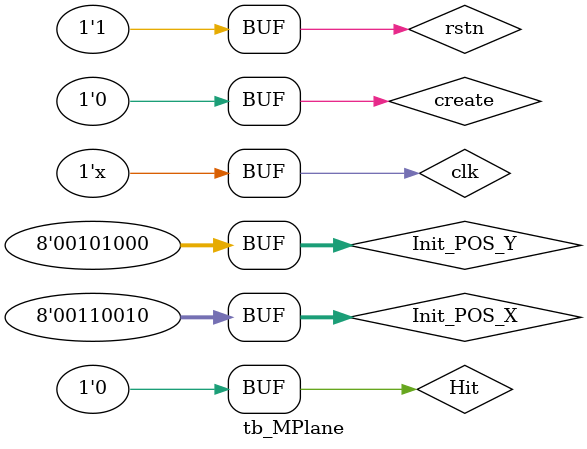
<source format=v>
module tb_MPlane ();

    reg             clk         ;//系统时钟50MHz
    reg             rstn        ;
    reg             update_clk  ;//数据更新clk
    reg             create      ;//创建单位
    reg             Hit         ;//被击中
    //初始化的数据
    reg     [7:0]   Init_POS_X  ;
    reg     [7:0]   Init_POS_Y  ;
    wire    [7:0]   PosX_out    ;
    wire    [7:0]   PosY_out    ;
    wire    [7:0]   Attitude    ;
    wire            isLive      ;

    m_enemyPlane_logic u_m_enemyPlane_logic(
        .clk         (clk       ),//系统时钟50MHz
        .rstn        (rstn      ),
        .update_clk  (update_clk),//数据更新clk
        .create      (create    ),//创建单位
        .Hit         (Hit       ),//被击中
        .Init_POS_X  (Init_POS_X),
        .Init_POS_Y  (Init_POS_Y),
        .PosX_out    (PosX_out  ),
        .PosY_out    (PosY_out  ),
        .Attitude    (Attitude  ),
        .isLive      (isLive    )
    );

    initial begin
        clk=0;
        rstn=0;
        // update_clk=0;
        create=0;
        Hit=0;
        Init_POS_X=50;
        Init_POS_Y=40;
        #10
        rstn=1;
        #100
        create=1;
        #2
        create=0;
    end
    always #1 clk=~clk;
    reg [7:0]cnt=0;
    localparam CNT_MAX=20;
    always @(posedge clk) begin
        if(cnt>=CNT_MAX)
            cnt<=0;
        else
            cnt<=cnt+1'b1;
    end
    always@(*)begin
        if(cnt==CNT_MAX)
            update_clk=1;
        else
            update_clk=0;
    end

endmodule
</source>
